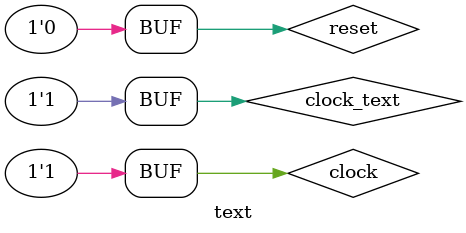
<source format=v>
`timescale 1ns / 1ps


module text;

	// Inputs
	reg clock;
	reg reset;
	reg clock_text;

	// Outputs
	wire D1;
	wire D2;
	wire [3:0] N;
	wire [7:0] L;

	// Instantiate the Unit Under Test (UUT)
	HZV uut (
		.clock(clock), 
		.reset(reset), 
		.clock_text(clock_text), 
		.D1(D1), 
		.D2(D2), 
		.N(N), 
		.L(L)
	);

	initial begin
		// Initialize Inputs
		reset = 0;

		// Wait 100 ns for global reset to finish
		#1000000 reset=1;
		#1000000 reset=0;
	end
	always 
	  begin
	    #10 clock=0;
	    #10 clock=1;
	  end
   always
	  begin
	    #500000 clock_text=0;
	    #500000 clock_text=1;
	  end
endmodule


</source>
